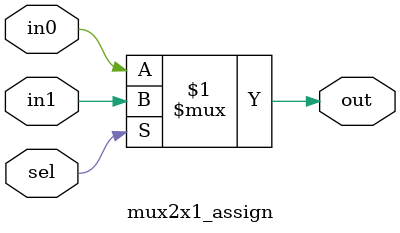
<source format=v>
module mux2x1_assign(input in0, in1, sel,
                     output out);

    assign out = sel ? in1 : in0;

endmodule

</source>
